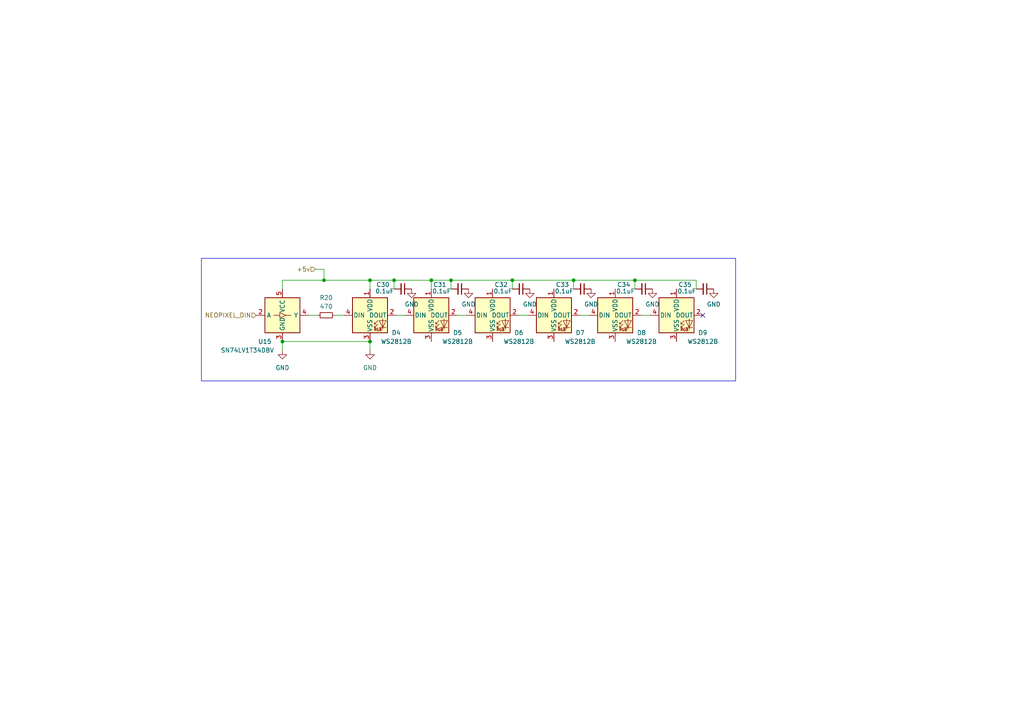
<source format=kicad_sch>
(kicad_sch (version 20230409) (generator eeschema)
  (paper "A4")
  (lib_symbols
    (symbol "Device:C_Small" (pin_numbers hide) (pin_names (offset 0.254) hide)
      (property "Reference" "C" (at 0.254 1.778 0))
      (property "Value" "C_Small" (at 0.254 -2.032 0))
      (symbol "C_Small_0_1"
        (polyline (pts (xy -1.524 -0.508) (xy 1.524 -0.508)) (stroke (width 0.3302)))
        (polyline (pts (xy -1.524 0.508) (xy 1.524 0.508)) (stroke (width 0.3048)))
      )
      (symbol "C_Small_1_1"
        (pin passive line (at 0 2.54 270) (length 2.032) (name "~") (number "1"))
        (pin passive line (at 0 -2.54 90) (length 2.032) (name "~") (number "2"))
      )
    )
    (symbol "Device:R_Small" (pin_numbers hide) (pin_names (offset 0.254) hide)
      (property "Reference" "R" (at 0.762 0.508 0))
      (property "Value" "R_Small" (at 0.762 -1.016 0))
      (symbol "R_Small_0_1"
        (rectangle (start -0.762 1.778) (end 0.762 -1.778) (stroke (width 0.2032)))
      )
      (symbol "R_Small_1_1"
        (pin passive line (at 0 2.54 270) (length 0.762) (name "~") (number "1"))
        (pin passive line (at 0 -2.54 90) (length 0.762) (name "~") (number "2"))
      )
    )
    (symbol "LED:WS2812B" (pin_names (offset 0.254))
      (property "Reference" "D" (at 5.08 5.715 0))
      (property "Value" "WS2812B" (at 1.27 -5.715 0))
      (symbol "WS2812B_0_0"
        (text "RGB" (at 2.286 -4.191 0) (effects (font (size 0.762 0.762))))
      )
      (symbol "WS2812B_0_1"
        (polyline (pts (xy 1.27 -3.556) (xy 1.778 -3.556)))
        (polyline (pts (xy 1.27 -2.54) (xy 1.778 -2.54)))
        (polyline (pts (xy 4.699 -3.556) (xy 2.667 -3.556)))
        (polyline (pts (xy 2.286 -2.54) (xy 1.27 -3.556) (xy 1.27 -3.048)))
        (polyline (pts (xy 2.286 -1.524) (xy 1.27 -2.54) (xy 1.27 -2.032)))
        (polyline (pts (xy 3.683 -1.016) (xy 3.683 -3.556) (xy 3.683 -4.064)))
        (polyline (pts (xy 4.699 -1.524) (xy 2.667 -1.524) (xy 3.683 -3.556) (xy 4.699 -1.524)))
        (rectangle (start 5.08 5.08) (end -5.08 -5.08) (stroke (width 0.254)) (fill (type background)))
      )
      (symbol "WS2812B_1_1"
        (pin power_in line (at 0 7.62 270) (length 2.54) (name "VDD") (number "1"))
        (pin output line (at 7.62 0 180) (length 2.54) (name "DOUT") (number "2"))
        (pin power_in line (at 0 -7.62 90) (length 2.54) (name "VSS") (number "3"))
        (pin input line (at -7.62 0 0) (length 2.54) (name "DIN") (number "4"))
      )
    )
    (symbol "Logic_LevelTranslator:SN74LV1T34DBV"
      (property "Reference" "U" (at 5.08 6.35 0))
      (property "Value" "SN74LV1T34DBV" (at 5.08 3.81 0))
      (symbol "SN74LV1T34DBV_0_1"
        (rectangle (start -5.08 5.08) (end 5.08 -5.08) (stroke (width 0.254)) (fill (type background)))
        (polyline (pts (xy -0.762 0) (xy -2.54 0)))
        (polyline (pts (xy 1.016 0) (xy 2.54 0)))
      )
      (symbol "SN74LV1T34DBV_1_1"
        (polyline (pts (xy -0.762 -0.762) (xy -0.762 0.762) (xy 1.016 0) (xy -0.762 -0.762)))
        (pin no_connect line (at -5.08 2.54 0) (length 2.54) hide (name "NC") (number "1"))
        (pin input line (at -7.62 0 0) (length 2.54) (name "A") (number "2"))
        (pin power_in line (at 0 -7.62 90) (length 2.54) (name "GND") (number "3"))
        (pin output line (at 7.62 0 180) (length 2.54) (name "Y") (number "4"))
        (pin power_in line (at 0 7.62 270) (length 2.54) (name "VCC") (number "5"))
      )
    )
    (symbol "power:GND" (power) (pin_names (offset 0))
      (property "Value" "GND" (at 0 -3.81 0))
      (symbol "GND_0_1"
        (polyline (pts (xy 0 0) (xy 0 -1.27) (xy 1.27 -1.27) (xy 0 -2.54) (xy -1.27 -1.27) (xy 0 -1.27)))
      )
      (symbol "GND_1_1"
        (pin power_in line (at 0 0 270) (length 0) hide (name "GND") (number "1"))
      )
    )
  )
  (junction (at 107.315 81.28))
  (junction (at 107.315 99.06))
  (junction (at 125.095 81.28))
  (junction (at 81.915 99.06))
  (junction (at 93.98 81.28))
  (junction (at 114.3 81.28))
  (junction (at 184.15 81.28))
  (junction (at 166.37 81.28))
  (junction (at 148.59 81.28))
  (junction (at 130.81 81.28))
  (no_connect (at 203.835 91.44))
  (wire (pts (xy 114.935 91.44) (xy 117.475 91.44)))
  (wire (pts (xy 107.315 81.28) (xy 114.3 81.28)))
  (wire (pts (xy 125.095 81.28) (xy 125.095 83.82)))
  (wire (pts (xy 132.715 91.44) (xy 135.255 91.44)))
  (wire (pts (xy 184.15 81.28) (xy 184.15 83.82)))
  (wire (pts (xy 81.915 99.06) (xy 107.315 99.06)))
  (wire (pts (xy 93.98 78.105) (xy 93.98 81.28)))
  (wire (pts (xy 150.495 91.44) (xy 153.035 91.44)))
  (wire (pts (xy 168.275 91.44) (xy 170.815 91.44)))
  (wire (pts (xy 148.59 81.28) (xy 166.37 81.28)))
  (wire (pts (xy 97.155 91.44) (xy 99.695 91.44)))
  (wire (pts (xy 186.055 91.44) (xy 188.595 91.44)))
  (wire (pts (xy 148.59 81.28) (xy 148.59 83.82)))
  (wire (pts (xy 107.315 81.28) (xy 107.315 83.82)))
  (wire (pts (xy 114.3 81.28) (xy 114.3 83.82)))
  (wire (pts (xy 81.915 83.82) (xy 81.915 81.28)))
  (wire (pts (xy 201.93 81.28) (xy 201.93 83.82)))
  (wire (pts (xy 107.315 99.06) (xy 107.315 101.6)))
  (wire (pts (xy 93.98 81.28) (xy 107.315 81.28)))
  (wire (pts (xy 114.3 81.28) (xy 125.095 81.28)))
  (wire (pts (xy 81.915 81.28) (xy 93.98 81.28)))
  (wire (pts (xy 166.37 81.28) (xy 166.37 83.82)))
  (wire (pts (xy 89.535 91.44) (xy 92.075 91.44)))
  (wire (pts (xy 91.44 78.105) (xy 93.98 78.105)))
  (wire (pts (xy 166.37 81.28) (xy 184.15 81.28)))
  (wire (pts (xy 130.81 81.28) (xy 130.81 83.82)))
  (wire (pts (xy 125.095 81.28) (xy 130.81 81.28)))
  (wire (pts (xy 130.81 81.28) (xy 148.59 81.28)))
  (wire (pts (xy 81.915 99.06) (xy 81.915 101.6)))
  (wire (pts (xy 184.15 81.28) (xy 201.93 81.28)))
  (rectangle (start 58.42 74.93) (end 213.36 110.49))
  (hierarchical_label "NEOPIXEL_DIN" (shape input) (at 74.295 91.44 180))
  (hierarchical_label "+5v" (shape input) (at 91.44 78.105 180))
  (symbol (lib_id "LED:WS2812B") (at 178.435 91.44 0) (unit 1)
    (property "Reference" "D8" (at 186.055 96.52 0))
    (property "Value" "WS2812B" (at 186.055 99.06 0))
    (property "Footprint" "LED_SMD:LED_WS2812B_PLCC4_5.0x5.0mm_P3.2mm" (effects hide))
    (property "Datasheet" "https://cdn-shop.adafruit.com/datasheets/WS2812B.pdf" (effects hide))
    (instances (project "carrier" (path "" (reference "D8") (unit 1)) (path "" (reference "D8") (unit 1))) (project "rov_pcb_v2" (path "" (reference "D1") (unit 1))))
  )
  (symbol (lib_id "power:GND") (at 171.45 83.82 0) (unit 1)
    (property "Reference" "#PWR065" (effects hide))
    (property "Value" "GND" (at 171.45 88.265 0))
    (instances (project "carrier" (path "" (reference "#PWR065") (unit 1)) (path "" (reference "#PWR065") (unit 1))) (project "rov_pcb_v2" (path "" (reference "#PWR035") (unit 1))))
  )
  (symbol (lib_id "power:GND") (at 81.915 101.6 0) (unit 1)
    (property "Reference" "#PWR060" (effects hide))
    (property "Value" "GND" (at 81.915 106.68 0))
    (instances (project "carrier" (path "" (reference "#PWR060") (unit 1)) (path "" (reference "#PWR060") (unit 1))) (project "rov_pcb_v2" (path "" (reference "#PWR033") (unit 1))))
  )
  (symbol (lib_id "Device:C_Small") (at 186.69 83.82 270) (unit 1)
    (property "Reference" "C34" (at 182.88 82.55 90) (effects (justify right)))
    (property "Value" "0.1uF" (at 184.15 84.455 90) (effects (justify right)))
    (property "Footprint" "Capacitor_SMD:C_0603_1608Metric" (effects hide))
    (instances (project "carrier" (path "" (reference "C34") (unit 1)) (path "" (reference "C34") (unit 1))) (project "rov_pcb_v2" (path "" (reference "C1") (unit 1))))
  )
  (symbol (lib_id "Device:C_Small") (at 168.91 83.82 270) (unit 1)
    (property "Reference" "C33" (at 165.1 82.55 90) (effects (justify right)))
    (property "Value" "0.1uF" (at 166.37 84.455 90) (effects (justify right)))
    (property "Footprint" "Capacitor_SMD:C_0603_1608Metric" (effects hide))
    (instances (project "carrier" (path "" (reference "C33") (unit 1)) (path "" (reference "C33") (unit 1))) (project "rov_pcb_v2" (path "" (reference "C1") (unit 1))))
  )
  (symbol (lib_id "LED:WS2812B") (at 107.315 91.44 0) (unit 1)
    (property "Reference" "D4" (at 114.935 96.52 0))
    (property "Value" "WS2812B" (at 114.935 99.06 0))
    (property "Footprint" "LED_SMD:LED_WS2812B_PLCC4_5.0x5.0mm_P3.2mm" (effects hide))
    (property "Datasheet" "https://cdn-shop.adafruit.com/datasheets/WS2812B.pdf" (effects hide))
    (instances (project "carrier" (path "" (reference "D4") (unit 1)) (path "" (reference "D4") (unit 1))) (project "rov_pcb_v2" (path "" (reference "D1") (unit 1))))
  )
  (symbol (lib_id "LED:WS2812B") (at 160.655 91.44 0) (unit 1)
    (property "Reference" "D7" (at 168.275 96.52 0))
    (property "Value" "WS2812B" (at 168.275 99.06 0))
    (property "Footprint" "LED_SMD:LED_WS2812B_PLCC4_5.0x5.0mm_P3.2mm" (effects hide))
    (property "Datasheet" "https://cdn-shop.adafruit.com/datasheets/WS2812B.pdf" (effects hide))
    (instances (project "carrier" (path "" (reference "D7") (unit 1)) (path "" (reference "D7") (unit 1))) (project "rov_pcb_v2" (path "" (reference "D1") (unit 1))))
  )
  (symbol (lib_id "LED:WS2812B") (at 125.095 91.44 0) (unit 1)
    (property "Reference" "D5" (at 132.715 96.52 0))
    (property "Value" "WS2812B" (at 132.715 99.06 0))
    (property "Footprint" "LED_SMD:LED_WS2812B_PLCC4_5.0x5.0mm_P3.2mm" (effects hide))
    (property "Datasheet" "https://cdn-shop.adafruit.com/datasheets/WS2812B.pdf" (effects hide))
    (instances (project "carrier" (path "" (reference "D5") (unit 1)) (path "" (reference "D5") (unit 1))) (project "rov_pcb_v2" (path "" (reference "D1") (unit 1))))
  )
  (symbol (lib_id "power:GND") (at 135.89 83.82 0) (unit 1)
    (property "Reference" "#PWR061" (effects hide))
    (property "Value" "GND" (at 135.89 88.265 0))
    (instances (project "carrier" (path "" (reference "#PWR061") (unit 1)) (path "" (reference "#PWR063") (unit 1))) (project "rov_pcb_v2" (path "" (reference "#PWR035") (unit 1))))
  )
  (symbol (lib_id "Device:C_Small") (at 204.47 83.82 270) (unit 1)
    (property "Reference" "C35" (at 200.66 82.55 90) (effects (justify right)))
    (property "Value" "0.1uF" (at 201.93 84.455 90) (effects (justify right)))
    (property "Footprint" "Capacitor_SMD:C_0603_1608Metric" (effects hide))
    (instances (project "carrier" (path "" (reference "C35") (unit 1)) (path "" (reference "C35") (unit 1))) (project "rov_pcb_v2" (path "" (reference "C1") (unit 1))))
  )
  (symbol (lib_id "power:GND") (at 107.315 101.6 0) (unit 1)
    (property "Reference" "#PWR062" (effects hide))
    (property "Value" "GND" (at 107.315 106.68 0))
    (instances (project "carrier" (path "" (reference "#PWR062") (unit 1)) (path "" (reference "#PWR061") (unit 1))) (project "rov_pcb_v2" (path "" (reference "#PWR034") (unit 1))))
  )
  (symbol (lib_id "power:GND") (at 119.38 83.82 0) (unit 1)
    (property "Reference" "#PWR063" (effects hide))
    (property "Value" "GND" (at 119.38 88.265 0))
    (instances (project "carrier" (path "" (reference "#PWR063") (unit 1)) (path "" (reference "#PWR062") (unit 1))) (project "rov_pcb_v2" (path "" (reference "#PWR035") (unit 1))))
  )
  (symbol (lib_id "LED:WS2812B") (at 142.875 91.44 0) (unit 1)
    (property "Reference" "D6" (at 150.495 96.52 0))
    (property "Value" "WS2812B" (at 150.495 99.06 0))
    (property "Footprint" "LED_SMD:LED_WS2812B_PLCC4_5.0x5.0mm_P3.2mm" (effects hide))
    (property "Datasheet" "https://cdn-shop.adafruit.com/datasheets/WS2812B.pdf" (effects hide))
    (instances (project "carrier" (path "" (reference "D6") (unit 1)) (path "" (reference "D6") (unit 1))) (project "rov_pcb_v2" (path "" (reference "D1") (unit 1))))
  )
  (symbol (lib_id "Device:C_Small") (at 151.13 83.82 270) (unit 1)
    (property "Reference" "C32" (at 147.32 82.55 90) (effects (justify right)))
    (property "Value" "0.1uF" (at 148.59 84.455 90) (effects (justify right)))
    (property "Footprint" "Capacitor_SMD:C_0603_1608Metric" (effects hide))
    (instances (project "carrier" (path "" (reference "C32") (unit 1)) (path "" (reference "C32") (unit 1))) (project "rov_pcb_v2" (path "" (reference "C1") (unit 1))))
  )
  (symbol (lib_id "power:GND") (at 189.23 83.82 0) (unit 1)
    (property "Reference" "#PWR066" (effects hide))
    (property "Value" "GND" (at 189.23 88.265 0))
    (instances (project "carrier" (path "" (reference "#PWR066") (unit 1)) (path "" (reference "#PWR066") (unit 1))) (project "rov_pcb_v2" (path "" (reference "#PWR035") (unit 1))))
  )
  (symbol (lib_id "power:GND") (at 207.01 83.82 0) (unit 1)
    (property "Reference" "#PWR067" (effects hide))
    (property "Value" "GND" (at 207.01 88.265 0))
    (instances (project "carrier" (path "" (reference "#PWR067") (unit 1)) (path "" (reference "#PWR067") (unit 1))) (project "rov_pcb_v2" (path "" (reference "#PWR035") (unit 1))))
  )
  (symbol (lib_id "Logic_LevelTranslator:SN74LV1T34DBV") (at 81.915 91.44 0) (unit 1)
    (property "Reference" "U15" (at 76.835 99.06 0))
    (property "Value" "SN74LV1T34DBV" (at 71.755 101.6 0))
    (property "Footprint" "Package_TO_SOT_SMD:SOT-23-5" (effects hide))
    (property "Datasheet" "https://www.ti.com/lit/ds/symlink/sn74lv1t34.pdf" (effects hide))
    (instances (project "carrier" (path "" (reference "U15") (unit 1)) (path "" (reference "U15") (unit 1))) (project "rov_pcb_v2" (path "" (reference "U1") (unit 1))))
  )
  (symbol (lib_id "Device:R_Small") (at 94.615 91.44 90) (unit 1)
    (property "Reference" "R20" (at 94.615 86.36 90))
    (property "Value" "470" (at 94.615 88.9 90))
    (property "Footprint" "Resistor_SMD:R_0603_1608Metric" (effects hide))
    (instances (project "carrier" (path "" (reference "R20") (unit 1)) (path "" (reference "R20") (unit 1))) (project "rov_pcb_v2" (path "" (reference "R1") (unit 1))))
  )
  (symbol (lib_id "Device:C_Small") (at 133.35 83.82 270) (unit 1)
    (property "Reference" "C31" (at 129.54 82.55 90) (effects (justify right)))
    (property "Value" "0.1uF" (at 130.81 84.455 90) (effects (justify right)))
    (property "Footprint" "Capacitor_SMD:C_0603_1608Metric" (effects hide))
    (instances (project "carrier" (path "" (reference "C31") (unit 1)) (path "" (reference "C31") (unit 1))) (project "rov_pcb_v2" (path "" (reference "C1") (unit 1))))
  )
  (symbol (lib_id "LED:WS2812B") (at 196.215 91.44 0) (unit 1)
    (property "Reference" "D9" (at 203.835 96.52 0))
    (property "Value" "WS2812B" (at 203.835 99.06 0))
    (property "Footprint" "LED_SMD:LED_WS2812B_PLCC4_5.0x5.0mm_P3.2mm" (effects hide))
    (property "Datasheet" "https://cdn-shop.adafruit.com/datasheets/WS2812B.pdf" (effects hide))
    (instances (project "carrier" (path "" (reference "D9") (unit 1)) (path "" (reference "D9") (unit 1))) (project "rov_pcb_v2" (path "" (reference "D1") (unit 1))))
  )
  (symbol (lib_id "Device:C_Small") (at 116.84 83.82 270) (unit 1)
    (property "Reference" "C30" (at 113.03 82.55 90) (effects (justify right)))
    (property "Value" "0.1uF" (at 114.3 84.455 90) (effects (justify right)))
    (property "Footprint" "Capacitor_SMD:C_0603_1608Metric" (effects hide))
    (instances (project "carrier" (path "" (reference "C30") (unit 1)) (path "" (reference "C30") (unit 1))) (project "rov_pcb_v2" (path "" (reference "C1") (unit 1))))
  )
  (symbol (lib_id "power:GND") (at 153.67 83.82 0) (unit 1)
    (property "Reference" "#PWR064" (effects hide))
    (property "Value" "GND" (at 153.67 88.265 0))
    (instances (project "carrier" (path "" (reference "#PWR064") (unit 1)) (path "" (reference "#PWR064") (unit 1))) (project "rov_pcb_v2" (path "" (reference "#PWR035") (unit 1))))
  )
)
</source>
